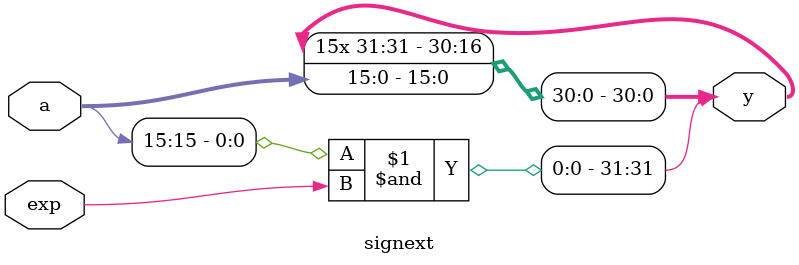
<source format=v>
module signext(input exp,
               input [15:0] a,
               output [31:0] y);
    assign y = {{16{a[15] & exp}}, a};
endmodule
</source>
